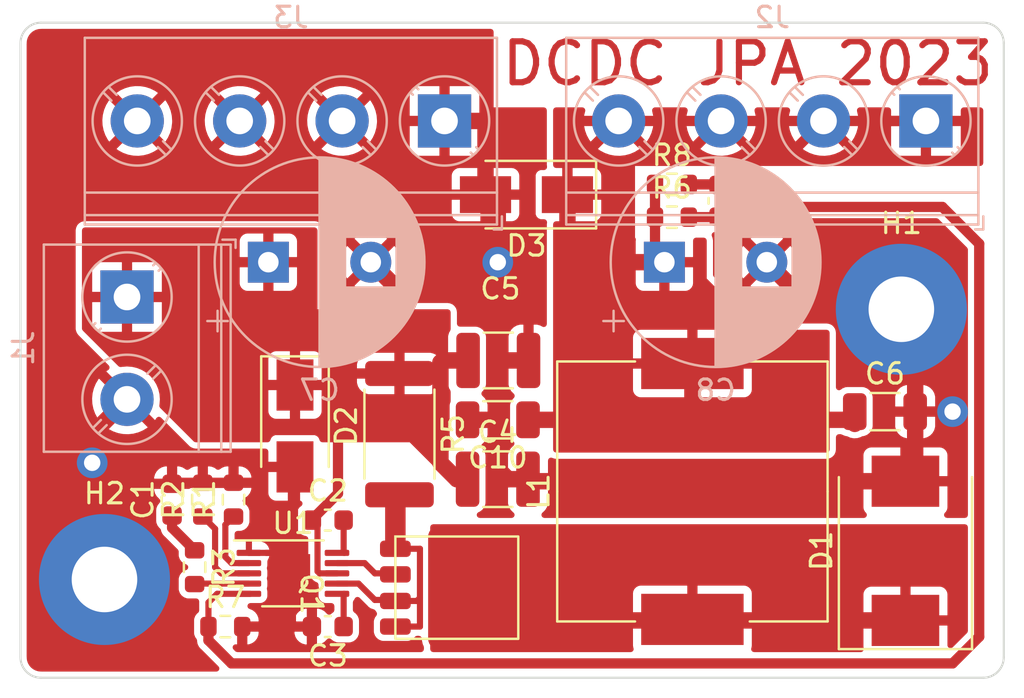
<source format=kicad_pcb>
(kicad_pcb (version 20211014) (generator pcbnew)
  (layers (0 "F.Cu" signal) (31 "B.Cu" signal) (34 "B.Paste" user) (35 "F.Paste" user) (36 "B.SilkS" user "B.Silkscreen") (37 "F.SilkS" user "F.Silkscreen") (38 "B.Mask" user) (39 "F.Mask" user) (44 "Edge.Cuts" user))
  (net 0 "")
  (net 1 "Net-(C1-Pad1)")
  (net 2 "GND")
  (net 3 "+48V")
  (net 4 "Net-(C2-Pad2)")
  (net 5 "Net-(C3-Pad1)")
  (net 6 "+12V")
  (net 7 "Net-(C9-Pad1)")
  (net 8 "Net-(C9-Pad2)")
  (net 9 "Net-(D1-Pad1)")
  (net 10 "Net-(Q1-Pad2)")
  (net 11 "Net-(Q1-Pad3)")
  (net 12 "Net-(R1-Pad1)")
  (net 13 "Net-(R2-Pad1)")
  (net 14 "Net-(R3-Pad2)")
  (footprint "Capacitor_SMD:C_0603_1608Metric" (layer "F.Cu") (at 144.4 81.3 90)
    (fp_text reference "C1" (at 0 -1.43 90) (layer "F.SilkS"))
    (fp_text value "1nF")
    (pad "1" smd roundrect (at -0.775 0 90) (size 0.9 0.95) (layers "F.Cu" "F.Paste" "F.Mask") (net 1 "Net-(C1-Pad1)"))
    (pad "2" smd roundrect (at 0.775 0 90) (size 0.9 0.95) (layers "F.Cu" "F.Paste" "F.Mask") (net 2 "GND"))
  )
  (footprint "buck_regulator:TSM680P06" (layer "F.Cu") (at 158.3 85.6 -90)
    (fp_text reference "Q1" (at 0.3 7.1 -90 unlocked) (layer "F.SilkS"))
    (fp_text value "Q_PMOS_DGS")
    (pad "1" smd roundrect (at 0 -1.1 270) (size 6 5) (layers "F.Cu" "F.Paste" "F.Mask") (roundrect_rratio 0.1) (net 9 "Net-(D1-Pad1)"))
    (pad "2" smd roundrect (at -0.65 3 270) (size 0.8 1.5) (layers "F.Cu" "F.Paste" "F.Mask") (net 10 "Net-(Q1-Pad2)"))
    (pad "3" smd roundrect (at 1.9 3 270) (size 0.8 1.5) (layers "F.Cu" "F.Paste" "F.Mask") (net 11 "Net-(Q1-Pad3)"))
    (pad "3" smd roundrect (at 0.65 3 270) (size 0.8 1.5) (layers "F.Cu" "F.Paste" "F.Mask") (net 11 "Net-(Q1-Pad3)"))
    (pad "3" smd roundrect (at -1.9 3 270) (size 0.8 1.5) (layers "F.Cu" "F.Paste" "F.Mask") (net 11 "Net-(Q1-Pad3)"))
  )
  (footprint "Capacitor_SMD:C_0603_1608Metric" (layer "F.Cu") (at 171.1 66.7 -90)
    (fp_text reference "C9" (at 0 -1.43 90) (layer "F.SilkS"))
    (fp_text value "1nF")
    (pad "1" smd roundrect (at -0.775 0 270) (size 0.9 0.95) (layers "F.Cu" "F.Paste" "F.Mask") (net 7 "Net-(C9-Pad1)"))
    (pad "2" smd roundrect (at 0.775 0 270) (size 0.9 0.95) (layers "F.Cu" "F.Paste" "F.Mask") (net 8 "Net-(C9-Pad2)"))
  )
  (footprint "Resistor_SMD:R_0603_1608Metric" (layer "F.Cu") (at 145.9 81.3 90)
    (fp_text reference "R2" (at 0 -1.43 90) (layer "F.SilkS"))
    (fp_text value "150k")
    (pad "1" smd roundrect (at -0.825 0 90) (size 0.8 0.95) (layers "F.Cu" "F.Paste" "F.Mask") (net 13 "Net-(R2-Pad1)"))
    (pad "2" smd roundrect (at 0.825 0 90) (size 0.8 0.95) (layers "F.Cu" "F.Paste" "F.Mask") (net 2 "GND"))
  )
  (footprint "Capacitor_SMD:C_1206_3216Metric" (layer "F.Cu") (at 179.2 77)
    (fp_text reference "C6" (at 0 -1.85) (layer "F.SilkS"))
    (fp_text value "10µF")
    (pad "1" smd roundrect (at -1.475 0) (size 1.15 1.8) (layers "F.Cu" "F.Paste" "F.Mask") (roundrect_rratio 0.2173913043) (net 6 "+12V"))
    (pad "2" smd roundrect (at 1.475 0) (size 1.15 1.8) (layers "F.Cu" "F.Paste" "F.Mask") (roundrect_rratio 0.2173913043) (net 2 "GND"))
  )
  (footprint "Capacitor_SMD:C_0603_1608Metric" (layer "F.Cu") (at 152 82.3)
    (fp_text reference "C2" (at 0 -1.43) (layer "F.SilkS"))
    (fp_text value "100nF")
    (pad "1" smd roundrect (at -0.775 0) (size 0.9 0.95) (layers "F.Cu" "F.Paste" "F.Mask") (net 3 "+48V"))
    (pad "2" smd roundrect (at 0.775 0) (size 0.9 0.95) (layers "F.Cu" "F.Paste" "F.Mask") (net 4 "Net-(C2-Pad2)"))
  )
  (footprint "Capacitor_SMD:C_1206_3216Metric" (layer "F.Cu") (at 160.3 77.4 180)
    (fp_text reference "C10" (at 0 -1.85) (layer "F.SilkS"))
    (fp_text value "10µF")
    (pad "1" smd roundrect (at -1.475 0 180) (size 1.15 1.8) (layers "F.Cu" "F.Paste" "F.Mask") (roundrect_rratio 0.2173913043) (net 6 "+12V"))
    (pad "2" smd roundrect (at 1.475 0 180) (size 1.15 1.8) (layers "F.Cu" "F.Paste" "F.Mask") (roundrect_rratio 0.2173913043) (net 2 "GND"))
  )
  (footprint "Resistor_SMD:R_0603_1608Metric" (layer "F.Cu") (at 147 87.5)
    (fp_text reference "R7" (at 0 -1.43) (layer "F.SilkS"))
    (fp_text value "8.2k")
    (pad "1" smd roundrect (at -0.825 0) (size 0.8 0.95) (layers "F.Cu" "F.Paste" "F.Mask") (net 8 "Net-(C9-Pad2)"))
    (pad "2" smd roundrect (at 0.825 0) (size 0.8 0.95) (layers "F.Cu" "F.Paste" "F.Mask") (net 2 "GND"))
  )
  (footprint "Resistor_SMD:R_0603_1608Metric" (layer "F.Cu") (at 147.4 81.3 90)
    (fp_text reference "R1" (at 0 -1.43 90) (layer "F.SilkS"))
    (fp_text value "0R")
    (pad "1" smd roundrect (at -0.825 0 90) (size 0.8 0.95) (layers "F.Cu" "F.Paste" "F.Mask") (net 12 "Net-(R1-Pad1)"))
    (pad "2" smd roundrect (at 0.825 0 90) (size 0.8 0.95) (layers "F.Cu" "F.Paste" "F.Mask") (net 2 "GND"))
  )
  (footprint "Resistor_SMD:R_0603_1608Metric" (layer "F.Cu") (at 145.5 84.6 -90)
    (fp_text reference "R3" (at 0 -1.43 90) (layer "F.SilkS"))
    (fp_text value "15k")
    (pad "1" smd roundrect (at -0.825 0 270) (size 0.8 0.95) (layers "F.Cu" "F.Paste" "F.Mask") (net 1 "Net-(C1-Pad1)"))
    (pad "2" smd roundrect (at 0.825 0 270) (size 0.8 0.95) (layers "F.Cu" "F.Paste" "F.Mask") (net 14 "Net-(R3-Pad2)"))
  )
  (footprint "Diode_SMD:D_SMA" (layer "F.Cu") (at 150.4 77.7 -90)
    (fp_text reference "D2" (at 0 -2.5 90) (layer "F.SilkS"))
    (fp_text value "SMAJ51")
    (pad "1" smd rect (at -2 0 270) (size 2.5 1.8) (layers "F.Cu" "F.Paste" "F.Mask") (net 3 "+48V"))
    (pad "2" smd rect (at 2 0 270) (size 2.5 1.8) (layers "F.Cu" "F.Paste" "F.Mask") (net 2 "GND"))
  )
  (footprint "Diode_SMD:D_SMC" (layer "F.Cu") (at 180.2 83.8 90)
    (fp_text reference "D1" (at 0 -4.1 90) (layer "F.SilkS"))
    (fp_text value "MBRS360")
    (pad "1" smd rect (at -3.4 0 180) (size 3.3 2.5) (layers "F.Cu" "F.Paste" "F.Mask") (net 9 "Net-(D1-Pad1)"))
    (pad "2" smd rect (at 3.4 0 180) (size 3.3 2.5) (layers "F.Cu" "F.Paste" "F.Mask") (net 2 "GND"))
  )
  (footprint "Capacitor_SMD:C_1210_3225Metric" (layer "F.Cu") (at 160.325 74.5)
    (fp_text reference "C5" (at 0.1 -3.5) (layer "F.SilkS"))
    (fp_text value "1µF")
    (pad "1" smd roundrect (at -1.475 0) (size 1.15 2.7) (layers "F.Cu" "F.Paste" "F.Mask") (roundrect_rratio 0.2173913043) (net 3 "+48V"))
    (pad "2" smd roundrect (at 1.475 0) (size 1.15 2.7) (layers "F.Cu" "F.Paste" "F.Mask") (roundrect_rratio 0.2173913043) (net 2 "GND"))
  )
  (footprint "Diode_SMD:D_SMA" (layer "F.Cu") (at 161.7 66.4 180)
    (fp_text reference "D3" (at 0 -2.5) (layer "F.SilkS"))
    (fp_text value "SMAJ13")
    (pad "1" smd rect (at -2 0 180) (size 2.5 1.8) (layers "F.Cu" "F.Paste" "F.Mask") (net 6 "+12V"))
    (pad "2" smd rect (at 2 0 180) (size 2.5 1.8) (layers "F.Cu" "F.Paste" "F.Mask") (net 2 "GND"))
  )
  (footprint "Package_SO:MSOP-10-1EP_3x3mm_P0.5mm_EP1.68x1.88mm" (layer "F.Cu") (at 150.3 84.9)
    (fp_text reference "U1" (at 0 -2.45) (layer "F.SilkS"))
    (fp_text value "LTC3824EMSEPBF")
    (pad "1" smd roundrect (at -2.15 -1) (size 1.2 0.3) (layers "F.Cu" "F.Paste" "F.Mask") (net 2 "GND"))
    (pad "2" smd roundrect (at -2.15 -0.5) (size 1.2 0.3) (layers "F.Cu" "F.Paste" "F.Mask") (net 12 "Net-(R1-Pad1)"))
    (pad "3" smd roundrect (at -2.15 0) (size 1.2 0.3) (layers "F.Cu" "F.Paste" "F.Mask") (net 13 "Net-(R2-Pad1)"))
    (pad "4" smd roundrect (at -2.15 0.5) (size 1.2 0.3) (layers "F.Cu" "F.Paste" "F.Mask") (net 14 "Net-(R3-Pad2)"))
    (pad "5" smd roundrect (at -2.15 1) (size 1.2 0.3) (layers "F.Cu" "F.Paste" "F.Mask") (net 8 "Net-(C9-Pad2)"))
    (pad "6" smd roundrect (at 2.15 1) (size 1.2 0.3) (layers "F.Cu" "F.Paste" "F.Mask") (net 5 "Net-(C3-Pad1)"))
    (pad "7" smd roundrect (at 2.15 0.5) (size 1.2 0.3) (layers "F.Cu" "F.Paste" "F.Mask") (net 11 "Net-(Q1-Pad3)"))
    (pad "8" smd roundrect (at 2.15 0) (size 1.2 0.3) (layers "F.Cu" "F.Paste" "F.Mask") (net 3 "+48V"))
    (pad "9" smd roundrect (at 2.15 -0.5) (size 1.2 0.3) (layers "F.Cu" "F.Paste" "F.Mask") (net 10 "Net-(Q1-Pad2)"))
    (pad "10" smd roundrect (at 2.15 -1) (size 1.2 0.3) (layers "F.Cu" "F.Paste" "F.Mask") (net 4 "Net-(C2-Pad2)"))
    (pad "11" smd rect (at 0 0) (size 1.68 1.88) (layers "F.Cu" "F.Mask") (net 2 "GND"))
  )
  (footprint "MountingHole:MountingHole_3.2mm_M3_Pad" (layer "F.Cu") (at 141.1 85.2)
    (fp_text reference "H2" (at 0 -4.2) (layer "F.SilkS"))
    (fp_text value "M3")
    (pad "1" thru_hole circle (at 0 0) (size 6.4 6.4) (drill 3.2) (layers *.Cu *.Mask) (net 2 "GND"))
  )
  (footprint "Inductor_SMD:L_Wuerth_HCM-1390" (layer "F.Cu") (at 169.8 80.9 90)
    (fp_text reference "L1" (at 0 -7.5 90) (layer "F.SilkS"))
    (fp_text value "22µH")
    (pad "1" smd rect (at -6.25 0 90) (size 2.5 5) (layers "F.Cu" "F.Paste" "F.Mask") (net 9 "Net-(D1-Pad1)"))
    (pad "2" smd rect (at 6.25 0 90) (size 2.5 5) (layers "F.Cu" "F.Paste" "F.Mask") (net 6 "+12V"))
  )
  (footprint "Resistor_SMD:R_2512_6332Metric" (layer "F.Cu") (at 155.5 78.1 -90)
    (fp_text reference "R5" (at 0 -2.62 90) (layer "F.SilkS"))
    (fp_text value "0.05R")
    (pad "1" smd roundrect (at -2.9625 0 270) (size 1.225 3.35) (layers "F.Cu" "F.Paste" "F.Mask") (roundrect_rratio 0.2040816327) (net 3 "+48V"))
    (pad "2" smd roundrect (at 2.9625 0 270) (size 1.225 3.35) (layers "F.Cu" "F.Paste" "F.Mask") (roundrect_rratio 0.2040816327) (net 11 "Net-(Q1-Pad3)"))
  )
  (footprint "Resistor_SMD:R_0603_1608Metric" (layer "F.Cu") (at 168.8 67.5)
    (fp_text reference "R6" (at 0 -1.43) (layer "F.SilkS"))
    (fp_text value "120k")
    (pad "1" smd roundrect (at -0.825 0) (size 0.8 0.95) (layers "F.Cu" "F.Paste" "F.Mask") (net 6 "+12V"))
    (pad "2" smd roundrect (at 0.825 0) (size 0.8 0.95) (layers "F.Cu" "F.Paste" "F.Mask") (net 8 "Net-(C9-Pad2)"))
  )
  (footprint "MountingHole:MountingHole_3.2mm_M3_Pad" (layer "F.Cu") (at 180 72)
    (fp_text reference "H1" (at 0 -4.2) (layer "F.SilkS"))
    (fp_text value "M3")
    (pad "1" thru_hole circle (at 0 0) (size 6.4 6.4) (drill 3.2) (layers *.Cu *.Mask) (net 2 "GND"))
  )
  (footprint "Capacitor_SMD:C_1210_3225Metric" (layer "F.Cu") (at 160.3 80.3)
    (fp_text reference "C4" (at 0 -2.3) (layer "F.SilkS"))
    (fp_text value "1µF")
    (pad "1" smd roundrect (at -1.475 0) (size 1.15 2.7) (layers "F.Cu" "F.Paste" "F.Mask") (roundrect_rratio 0.2173913043) (net 3 "+48V"))
    (pad "2" smd roundrect (at 1.475 0) (size 1.15 2.7) (layers "F.Cu" "F.Paste" "F.Mask") (roundrect_rratio 0.2173913043) (net 2 "GND"))
  )
  (footprint "Capacitor_SMD:C_0603_1608Metric" (layer "F.Cu") (at 152 87.5 180)
    (fp_text reference "C3" (at 0 -1.43) (layer "F.SilkS"))
    (fp_text value "100nF")
    (pad "1" smd roundrect (at -0.775 0 180) (size 0.9 0.95) (layers "F.Cu" "F.Paste" "F.Mask") (net 5 "Net-(C3-Pad1)"))
    (pad "2" smd roundrect (at 0.775 0 180) (size 0.9 0.95) (layers "F.Cu" "F.Paste" "F.Mask") (net 2 "GND"))
  )
  (footprint "Resistor_SMD:R_0603_1608Metric" (layer "F.Cu") (at 168.8 65.9)
    (fp_text reference "R8" (at 0 -1.43) (layer "F.SilkS"))
    (fp_text value "68k")
    (pad "1" smd roundrect (at -0.825 0) (size 0.8 0.95) (layers "F.Cu" "F.Paste" "F.Mask") (net 6 "+12V"))
    (pad "2" smd roundrect (at 0.825 0) (size 0.8 0.95) (layers "F.Cu" "F.Paste" "F.Mask") (net 7 "Net-(C9-Pad1)"))
  )
  (footprint "TerminalBlock_Phoenix:TerminalBlock_Phoenix_PT-1,5-4-5.0-H_1x04_P5.00mm_Horizontal" (layer "B.Cu") (at 181.2 62.8 180)
    (fp_text reference "J2" (at 7.5 5.06) (layer "B.SilkS") (effects (justify mirror)))
    (fp_text value "VOUT+")
    (pad "1" thru_hole rect (at 0 0 180) (size 2.6 2.6) (drill 1.3) (layers *.Cu *.Mask) (net 6 "+12V"))
    (pad "2" thru_hole circle (at 5 0 180) (size 2.6 2.6) (drill 1.3) (layers *.Cu *.Mask) (net 6 "+12V"))
    (pad "3" thru_hole circle (at 10 0 180) (size 2.6 2.6) (drill 1.3) (layers *.Cu *.Mask) (net 6 "+12V"))
    (pad "4" thru_hole circle (at 15 0 180) (size 2.6 2.6) (drill 1.3) (layers *.Cu *.Mask) (net 6 "+12V"))
  )
  (footprint "Capacitor_THT:CP_Radial_D10.0mm_P5.00mm" (layer "B.Cu") (at 168.432323 69.7)
    (fp_text reference "C8" (at 2.5 6.25) (layer "B.SilkS") (effects (justify mirror)))
    (fp_text value "470µF")
    (pad "1" thru_hole rect (at 0 0) (size 2 2) (drill 1) (layers *.Cu *.Mask) (net 6 "+12V"))
    (pad "2" thru_hole circle (at 5 0) (size 2 2) (drill 1) (layers *.Cu *.Mask) (net 2 "GND"))
  )
  (footprint "TerminalBlock_Phoenix:TerminalBlock_Phoenix_PT-1,5-4-5.0-H_1x04_P5.00mm_Horizontal" (layer "B.Cu") (at 157.7 62.8 180)
    (fp_text reference "J3" (at 7.5 5.06) (layer "B.SilkS") (effects (justify mirror)))
    (fp_text value "VOUT-")
    (pad "1" thru_hole rect (at 0 0 180) (size 2.6 2.6) (drill 1.3) (layers *.Cu *.Mask) (net 2 "GND"))
    (pad "2" thru_hole circle (at 5 0 180) (size 2.6 2.6) (drill 1.3) (layers *.Cu *.Mask) (net 2 "GND"))
    (pad "3" thru_hole circle (at 10 0 180) (size 2.6 2.6) (drill 1.3) (layers *.Cu *.Mask) (net 2 "GND"))
    (pad "4" thru_hole circle (at 15 0 180) (size 2.6 2.6) (drill 1.3) (layers *.Cu *.Mask) (net 2 "GND"))
  )
  (footprint "Capacitor_THT:CP_Radial_D10.0mm_P5.00mm" (layer "B.Cu") (at 149.1 69.7)
    (fp_text reference "C7" (at 2.5 6.25) (layer "B.SilkS") (effects (justify mirror)))
    (fp_text value "100µF")
    (pad "1" thru_hole rect (at 0 0) (size 2 2) (drill 1) (layers *.Cu *.Mask) (net 3 "+48V"))
    (pad "2" thru_hole circle (at 5 0) (size 2 2) (drill 1) (layers *.Cu *.Mask) (net 2 "GND"))
  )
  (footprint "TerminalBlock_Phoenix:TerminalBlock_Phoenix_PT-1,5-2-5.0-H_1x02_P5.00mm_Horizontal" (layer "B.Cu") (at 142.2 71.4 -90)
    (fp_text reference "J1" (at 2.5 5.06 90) (layer "B.SilkS") (effects (justify mirror)))
    (fp_text value "VIN")
    (pad "1" thru_hole rect (at 0 0 270) (size 2.6 2.6) (drill 1.3) (layers *.Cu *.Mask) (net 3 "+48V"))
    (pad "2" thru_hole circle (at 5 0 270) (size 2.6 2.6) (drill 1.3) (layers *.Cu *.Mask) (net 2 "GND"))
  )
  (gr_arc (start 184 58) (mid 184.707107 58.292893) (end 185 59) (layer "Edge.Cuts") (width 0.1))
  (gr_line (start 137 89) (end 137 59) (layer "Edge.Cuts") (width 0.1))
  (gr_line (start 184 90) (end 138 90) (layer "Edge.Cuts") (width 0.1))
  (gr_line (start 138 58) (end 184 58) (layer "Edge.Cuts") (width 0.1))
  (gr_arc (start 137 59) (mid 137.292893 58.292893) (end 138 58) (layer "Edge.Cuts") (width 0.1))
  (gr_arc (start 185 89) (mid 184.707107 89.707107) (end 184 90) (layer "Edge.Cuts") (width 0.1))
  (gr_arc (start 138 90) (mid 137.292893 89.707107) (end 137 89) (layer "Edge.Cuts") (width 0.1))
  (gr_line (start 185 59) (end 185 89) (layer "Edge.Cuts") (width 0.1))
  (gr_text "DCDC JPA 2023" (at 172.5 60) (layer "F.Cu") (effects (font (size 2 2) (thickness 0.3))))
  (segment (start 144.4 82.675) (end 145.5 83.775) (width 0.5) (layer "F.Cu") (net 1))
  (segment (start 144.4 82.075) (end 144.4 82.675) (width 0.5) (layer "F.Cu") (net 1))
  (segment (start 144.45 80.475) (end 144.4 80.525) (width 0.5) (layer "F.Cu") (net 2))
  (segment (start 161.8 74.5) (end 160.3 74.5) (width 0.8) (layer "F.Cu") (net 2))
  (segment (start 173.432323 69.7) (end 175.232323 71.5) (width 0.8) (layer "F.Cu") (net 2))
  (segment (start 160.3 67) (end 159.7 66.4) (width 0.8) (layer "F.Cu") (net 2))
  (segment (start 161.775 80.3) (end 160.8 80.3) (width 0.8) (layer "F.Cu") (net 2))
  (segment (start 175.232323 71.5) (end 179.5 71.5) (width 0.8) (layer "F.Cu") (net 2))
  (segment (start 180.675 79.925) (end 180.2 80.4) (width 0.8) (layer "F.Cu") (net 2))
  (segment (start 150.3 83.9) (end 150.3 84.9) (width 0.3) (layer "F.Cu") (net 2))
  (segment (start 150.5 87.5) (end 150.3 87.3) (width 0.3) (layer "F.Cu") (net 2))
  (segment (start 160.3 75) (end 160.3 69.7) (width 0.8) (layer "F.Cu") (net 2))
  (segment (start 159.7 62.8) (end 157.7 62.8) (width 0.8) (layer "F.Cu") (net 2))
  (segment (start 140.5 78.1) (end 140.5 84.6) (width 0.8) (layer "F.Cu") (net 2))
  (segment (start 148.15 83.9) (end 150.3 83.9) (width 0.3) (layer "F.Cu") (net 2))
  (segment (start 160.3 74.5) (end 160.3 75) (width 0.8) (layer "F.Cu") (net 2))
  (segment (start 159.7 66.4) (end 159.7 62.8) (width 0.8) (layer "F.Cu") (net 2))
  (segment (start 150.3 79.8) (end 150.4 79.7) (width 0.5) (layer "F.Cu") (net 2))
  (segment (start 179.5 71.5) (end 180 72) (width 0.8) (layer "F.Cu") (net 2))
  (segment (start 161.875 80.4) (end 180.2 80.4) (width 0.8) (layer "F.Cu") (net 2))
  (segment (start 140.5 84.6) (end 141.1 85.2) (width 0.8) (layer "F.Cu") (net 2))
  (segment (start 160.8 80.3) (end 160.3 79.8) (width 0.8) (layer "F.Cu") (net 2))
  (segment (start 180.675 77) (end 180.675 79.925) (width 0.8) (layer "F.Cu") (net 2))
  (segment (start 180.675 77) (end 180.675 72.025) (width 0.8) (layer "F.Cu") (net 2))
  (segment (start 159 71) (end 160.3 69.7) (width 0.8) (layer "F.Cu") (net 2))
  (segment (start 160.3 75) (end 160.3 77.4) (width 0.8) (layer "F.Cu") (net 2))
  (segment (start 155.4 71) (end 159 71) (width 0.8) (layer "F.Cu") (net 2))
  (segment (start 154.1 69.7) (end 155.4 71) (width 0.8) (layer "F.Cu") (net 2))
  (segment (start 142.2 76.4) (end 140.5 78.1) (width 0.8) (layer "F.Cu") (net 2))
  (segment (start 180.675 77) (end 182.5 77) (width 0.5) (layer "F.Cu") (net 2))
  (segment (start 151.225 87.5) (end 150.5 87.5) (width 0.3) (layer "F.Cu") (net 2))
  (segment (start 160.3 69.7) (end 160.3 67) (width 0.8) (layer "F.Cu") (net 2))
  (segment (start 180.675 72.025) (end 180.7 72) (width 0.8) (layer "F.Cu") (net 2))
  (segment (start 150.3 87.3) (end 150.3 84.9) (width 0.3) (layer "F.Cu") (net 2))
  (segment (start 150.3 84.9) (end 150.3 79.8) (width 0.5) (layer "F.Cu") (net 2))
  (segment (start 161.775 80.3) (end 161.875 80.4) (width 0.8) (layer "F.Cu") (net 2))
  (segment (start 147.4 80.475) (end 144.45 80.475) (width 0.5) (layer "F.Cu") (net 2))
  (segment (start 160.3 79.8) (end 160.3 77.4) (width 0.8) (layer "F.Cu") (net 2))
  (segment (start 150.5 87.5) (end 147.825 87.5) (width 0.3) (layer "F.Cu") (net 2))
  (segment (start 158.825 77.4) (end 160.3 77.4) (width 0.8) (layer "F.Cu") (net 2))
  (via (at 140.5 79.5) (size 1.5) (drill 0.8) (layers "F.Cu" "B.Cu") (net 2))
  (via (at 160.3 69.7) (size 1.5) (drill 0.8) (layers "F.Cu" "B.Cu") (net 2))
  (via (at 182.5 77) (size 1.5) (drill 0.8) (layers "F.Cu" "B.Cu") (net 2))
  (segment (start 157.6 74.5) (end 158.85 74.5) (width 0.8) (layer "F.Cu") (net 3))
  (segment (start 151.225 82.3) (end 151.225 82.275) (width 0.5) (layer "F.Cu") (net 3))
  (segment (start 151.5 82.575) (end 151.225 82.3) (width 0.3) (layer "F.Cu") (net 3))
  (segment (start 158.3 80.3) (end 157.5 79.5) (width 0.8) (layer "F.Cu") (net 3))
  (segment (start 151.6 84.9) (end 151.5 84.8) (width 0.3) (layer "F.Cu") (net 3))
  (segment (start 152.5 81) (end 152.5 74.5) (width 0.5) (layer "F.Cu") (net 3))
  (segment (start 157.5 79.5) (end 157.5 74.6) (width 0.8) (layer "F.Cu") (net 3))
  (segment (start 151.225 82.275) (end 152.5 81) (width 0.5) (layer "F.Cu") (net 3))
  (segment (start 158.825 80.3) (end 158.3 80.3) (width 0.8) (layer "F.Cu") (net 3))
  (segment (start 157.5 74.6) (end 157.6 74.5) (width 0.8) (layer "F.Cu") (net 3))
  (segment (start 152.45 84.9) (end 151.6 84.9) (width 0.3) (layer "F.Cu") (net 3))
  (segment (start 151.5 84.8) (end 151.5 82.575) (width 0.3) (layer "F.Cu") (net 3))
  (segment (start 152.775 82.3) (end 152.775 83.875) (width 0.3) (layer "F.Cu") (net 4))
  (segment (start 152.775 83.875) (end 152.8 83.9) (width 0.3) (layer "F.Cu") (net 4))
  (segment (start 152.775 85.925) (end 152.8 85.9) (width 0.3) (layer "F.Cu") (net 5))
  (segment (start 152.775 87.5) (end 152.775 85.925) (width 0.3) (layer "F.Cu") (net 5))
  (segment (start 161.775 77.4) (end 163.8 77.4) (width 0.8) (layer "F.Cu") (net 6))
  (segment (start 164 69.7) (end 163.7 70) (width 0.8) (layer "F.Cu") (net 6))
  (segment (start 163.7 77.3) (end 163.7 70) (width 0.8) (layer "F.Cu") (net 6))
  (segment (start 168.432323 69.7) (end 164 69.7) (width 0.8) (layer "F.Cu") (net 6))
  (segment (start 169.5 77.4) (end 169.8 77.1) (width 0.8) (layer "F.Cu") (net 6))
  (segment (start 163.7 63.3) (end 164.2 62.8) (width 0.5) (layer "F.Cu") (net 6))
  (segment (start 163.7 70) (end 163.7 66.4) (width 0.8) (layer "F.Cu") (net 6))
  (segment (start 167.975 65.9) (end 167.975 69.242677) (width 0.5) (layer "F.Cu") (net 6))
  (segment (start 163.8 77.4) (end 169.5 77.4) (width 0.8) (layer "F.Cu") (net 6))
  (segment (start 163.7 66.4) (end 163.7 63.3) (width 0.5) (layer "F.Cu") (net 6))
  (segment (start 164.2 62.8) (end 181.2 62.8) (width 0.5) (layer "F.Cu") (net 6))
  (segment (start 169.5 77.4) (end 177.525 77.4) (width 0.8) (layer "F.Cu") (net 6))
  (segment (start 167.975 69.242677) (end 168.432323 69.7) (width 0.5) (layer "F.Cu") (net 6))
  (segment (start 177.525 77.4) (end 177.725 77.6) (width 0.8) (layer "F.Cu") (net 6))
  (segment (start 163.8 77.4) (end 163.7 77.3) (width 0.8) (layer "F.Cu") (net 6))
  (segment (start 169.8 77.1) (end 169.8 74.65) (width 0.8) (layer "F.Cu") (net 6))
  (segment (start 169.625 65.9) (end 171.075 65.9) (width 0.5) (layer "F.Cu") (net 7))
  (segment (start 171.075 65.9) (end 171.1 65.925) (width 0.5) (layer "F.Cu") (net 7))
  (segment (start 146.175 88.175) (end 146.175 87.5) (width 0.5) (layer "F.Cu") (net 8))
  (segment (start 182.5 89.3) (end 147.3 89.3) (width 0.5) (layer "F.Cu") (net 8))
  (segment (start 147.3 89.3) (end 146.175 88.175) (width 0.5) (layer "F.Cu") (net 8))
  (segment (start 171.575 67) (end 182 67) (width 0.5) (layer "F.Cu") (net 8))
  (segment (start 171.075 67.5) (end 171.1 67.475) (width 0.5) (layer "F.Cu") (net 8))
  (segment (start 146.6 85.9) (end 148.2 85.9) (width 0.3) (layer "F.Cu") (net 8))
  (segment (start 146.175 86.325) (end 146.6 85.9) (width 0.3) (layer "F.Cu") (net 8))
  (segment (start 169.625 67.5) (end 171.075 67.5) (width 0.5) (layer "F.Cu") (net 8))
  (segment (start 183.8 88) (end 182.5 89.3) (width 0.5) (layer "F.Cu") (net 8))
  (segment (start 183.8 68.8) (end 183.8 88) (width 0.5) (layer "F.Cu") (net 8))
  (segment (start 146.175 87.5) (end 146.175 86.325) (width 0.3) (layer "F.Cu") (net 8))
  (segment (start 182 67) (end 183.8 68.8) (width 0.5) (layer "F.Cu") (net 8))
  (segment (start 171.1 67.475) (end 171.575 67) (width 0.5) (layer "F.Cu") (net 8))
  (segment (start 161 87.2) (end 159.4 85.6) (width 0.8) (layer "F.Cu") (net 9))
  (segment (start 180.2 87.2) (end 161 87.2) (width 0.8) (layer "F.Cu") (net 9))
  (segment (start 152.45 84.4) (end 153.8 84.4) (width 0.3) (layer "F.Cu") (net 10))
  (segment (start 153.8 84.4) (end 154.3 84.9) (width 0.3) (layer "F.Cu") (net 10))
  (segment (start 155.25 84.9) (end 155.3 84.95) (width 0.3) (layer "F.Cu") (net 10))
  (segment (start 154.3 84.9) (end 155.25 84.9) (width 0.3) (layer "F.Cu") (net 10))
  (segment (start 153.5 85.4) (end 154.3 86.2) (width 0.3) (layer "F.Cu") (net 11))
  (segment (start 156.5 87.5) (end 156.5 86.1) (width 0.3) (layer "F.Cu") (net 11))
  (segment (start 156.5 86.1) (end 156.5 83.7) (width 0.3) (layer "F.Cu") (net 11))
  (segment (start 155.3 87.5) (end 156.5 87.5) (width 0.3) (layer "F.Cu") (net 11))
  (segment (start 154.3 86.2) (end 155.25 86.2) (width 0.3) (layer "F.Cu") (net 11))
  (segment (start 156.5 83.7) (end 155.3 83.7) (width 0.3) (layer "F.Cu") (net 11))
  (segment (start 155.3 86.25) (end 156.35 86.25) (width 0.3) (layer "F.Cu") (net 11))
  (segment (start 156.35 86.25) (end 156.5 86.1) (width 0.3) (layer "F.Cu") (net 11))
  (segment (start 152.45 85.4) (end 153.5 85.4) (width 0.3) (layer "F.Cu") (net 11))
  (segment (start 155.25 86.2) (end 155.3 86.25) (width 0.3) (layer "F.Cu") (net 11))
  (segment (start 155.3 81.2625) (end 155.5 81.0625) (width 0.8) (layer "F.Cu") (net 11))
  (segment (start 155.3 83.5) (end 155.3 81.2625) (width 1) (layer "F.Cu") (net 11))
  (segment (start 148.15 84.4) (end 147.3 84.4) (width 0.3) (layer "F.Cu") (net 12))
  (segment (start 147.3 84.4) (end 147 84.1) (width 0.3) (layer "F.Cu") (net 12))
  (segment (start 147 82.525) (end 147.4 82.125) (width 0.3) (layer "F.Cu") (net 12))
  (segment (start 147 84.1) (end 147 82.525) (width 0.3) (layer "F.Cu") (net 12))
  (segment (start 148.15 84.9) (end 146.8 84.9) (width 0.3) (layer "F.Cu") (net 13))
  (segment (start 146.8 84.9) (end 146.5 84.6) (width 0.3) (layer "F.Cu") (net 13))
  (segment (start 146.5 82.725) (end 145.9 82.125) (width 0.3) (layer "F.Cu") (net 13))
  (segment (start 146.5 84.6) (end 146.5 82.725) (width 0.3) (layer "F.Cu") (net 13))
  (segment (start 145.7 85.4) (end 145.6 85.5) (width 0.3) (layer "F.Cu") (net 14))
  (segment (start 148.15 85.4) (end 145.7 85.4) (width 0.3) (layer "F.Cu") (net 14))
  (zone (net 6) (net_name "+12V") (layer "F.Cu") (priority 2) (connect_pads (clearance 0.3)) (min_thickness 0.3) (fill yes (thermal_gap 0.4) (thermal_bridge_width 0.5))
    (polygon (pts (xy 184 60) (xy 184 65) (xy 167 65) (xy 167 68.5) (xy 170.5 68.5) (xy 170.5 70.5) (xy 173 73) (xy 176.5 73) (xy 176.5 79) (xy 163 79) (xy 163 60)))
  )
  (zone (net 3) (net_name "+48V") (layer "F.Cu") (priority 1) (connect_pads (clearance 0.3)) (min_thickness 0.3) (fill yes (thermal_gap 0.4) (thermal_bridge_width 0.5))
    (polygon (pts (xy 151.5 72) (xy 158 72) (xy 158 79.5) (xy 158 80) (xy 157.5 80) (xy 156 78.5) (xy 145.5 78.5) (xy 140 73) (xy 140 68) (xy 151.5 68)))
  )
  (zone (net 9) (net_name "Net-(D1-Pad1)") (layer "F.Cu") (priority 3) (connect_pads (clearance 0.3)) (min_thickness 0.3) (fill yes (thermal_gap 0.4) (thermal_bridge_width 0.5))
    (polygon (pts (xy 183.5 89) (xy 157 89) (xy 157 82.5) (xy 183.5 82.5)))
  )
  (zone (net 2) (net_name "GND") (layer "F.Cu") (connect_pads (clearance 0.3)) (min_thickness 0.3) (fill yes (thermal_gap 0.4) (thermal_bridge_width 0.5))
    (polygon (pts (xy 186 91) (xy 136 91) (xy 136 57) (xy 186 57)))
    (polygon (pts (xy 163 58) (xy 163 60) (xy 166.5 60) (xy 166.5 58)))
  )
)
</source>
